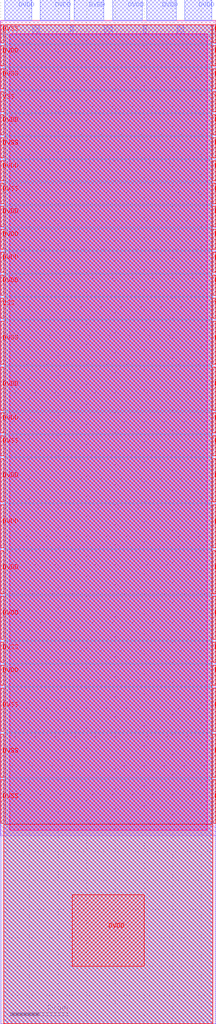
<source format=lef>
VERSION 5.7 ;
  NOWIREEXTENSIONATPIN ON ;
  DIVIDERCHAR "/" ;
  BUSBITCHARS "[]" ;
MACRO gf180mcu_ws_io__dvdd
  CLASS PAD POWER ;
  FOREIGN gf180mcu_ws_io__dvdd ;
  ORIGIN 0.000 0.000 ;
  SIZE 75.000 BY 350.000 ;
  SYMMETRY X Y R90 ;
  SITE GF_IO_Site ;
  PIN DVDD
    DIRECTION INOUT ;
    USE POWER ;
    PORT
      LAYER Metal5 ;
        RECT 25.000 20.000 50.000 45.000 ;
    END
    PORT
      LAYER Metal5 ;
        RECT 74.000 118.000 75.000 125.000 ;
    END
    PORT
      LAYER Metal5 ;
        RECT 74.000 182.000 75.000 197.000 ;
    END
    PORT
      LAYER Metal5 ;
        RECT 74.000 166.000 75.000 181.000 ;
    END
    PORT
      LAYER Metal5 ;
        RECT 74.000 150.000 75.000 165.000 ;
    END
    PORT
      LAYER Metal5 ;
        RECT 74.000 134.000 75.000 149.000 ;
    END
    PORT
      LAYER Metal5 ;
        RECT 74.000 214.000 75.000 229.000 ;
    END
    PORT
      LAYER Metal5 ;
        RECT 74.000 206.000 75.000 213.000 ;
    END
    PORT
      LAYER Metal5 ;
        RECT 74.000 254.000 75.000 261.000 ;
    END
    PORT
      LAYER Metal5 ;
        RECT 74.000 278.000 75.000 285.000 ;
    END
    PORT
      LAYER Metal5 ;
        RECT 74.000 270.000 75.000 277.000 ;
    END
    PORT
      LAYER Metal5 ;
        RECT 74.000 262.000 75.000 269.000 ;
    END
    PORT
      LAYER Metal5 ;
        RECT 74.000 294.000 75.000 301.000 ;
    END
    PORT
      LAYER Metal5 ;
        RECT 74.000 310.000 75.000 317.000 ;
    END
    PORT
      LAYER Metal5 ;
        RECT 74.000 334.000 75.000 341.000 ;
    END
    PORT
      LAYER Metal4 ;
        RECT 74.000 118.000 75.000 125.000 ;
    END
    PORT
      LAYER Metal4 ;
        RECT 74.000 182.000 75.000 197.000 ;
    END
    PORT
      LAYER Metal4 ;
        RECT 74.000 166.000 75.000 181.000 ;
    END
    PORT
      LAYER Metal4 ;
        RECT 74.000 150.000 75.000 165.000 ;
    END
    PORT
      LAYER Metal4 ;
        RECT 74.000 134.000 75.000 149.000 ;
    END
    PORT
      LAYER Metal4 ;
        RECT 74.000 214.000 75.000 229.000 ;
    END
    PORT
      LAYER Metal4 ;
        RECT 74.000 206.000 75.000 213.000 ;
    END
    PORT
      LAYER Metal4 ;
        RECT 74.000 254.000 75.000 261.000 ;
    END
    PORT
      LAYER Metal4 ;
        RECT 74.000 278.000 75.000 285.000 ;
    END
    PORT
      LAYER Metal4 ;
        RECT 74.000 270.000 75.000 277.000 ;
    END
    PORT
      LAYER Metal4 ;
        RECT 74.000 262.000 75.000 269.000 ;
    END
    PORT
      LAYER Metal4 ;
        RECT 74.000 294.000 75.000 301.000 ;
    END
    PORT
      LAYER Metal4 ;
        RECT 74.000 310.000 75.000 317.000 ;
    END
    PORT
      LAYER Metal4 ;
        RECT 74.000 334.000 75.000 341.000 ;
    END
    PORT
      LAYER Metal3 ;
        RECT 74.000 118.000 75.000 125.000 ;
    END
    PORT
      LAYER Metal3 ;
        RECT 74.000 182.000 75.000 197.000 ;
    END
    PORT
      LAYER Metal3 ;
        RECT 74.000 166.000 75.000 181.000 ;
    END
    PORT
      LAYER Metal3 ;
        RECT 74.000 150.000 75.000 165.000 ;
    END
    PORT
      LAYER Metal3 ;
        RECT 74.000 134.000 75.000 149.000 ;
    END
    PORT
      LAYER Metal3 ;
        RECT 74.000 214.000 75.000 229.000 ;
    END
    PORT
      LAYER Metal3 ;
        RECT 74.000 206.000 75.000 213.000 ;
    END
    PORT
      LAYER Metal3 ;
        RECT 74.000 254.000 75.000 261.000 ;
    END
    PORT
      LAYER Metal3 ;
        RECT 74.000 278.000 75.000 285.000 ;
    END
    PORT
      LAYER Metal3 ;
        RECT 74.000 270.000 75.000 277.000 ;
    END
    PORT
      LAYER Metal3 ;
        RECT 74.000 262.000 75.000 269.000 ;
    END
    PORT
      LAYER Metal3 ;
        RECT 74.000 294.000 75.000 301.000 ;
    END
    PORT
      LAYER Metal3 ;
        RECT 74.000 310.000 75.000 317.000 ;
    END
    PORT
      LAYER Metal3 ;
        RECT 74.000 334.000 75.000 341.000 ;
    END
    PORT
      LAYER Metal3 ;
        RECT 0.000 334.000 1.000 341.000 ;
    END
    PORT
      LAYER Metal3 ;
        RECT 0.000 310.000 1.000 317.000 ;
    END
    PORT
      LAYER Metal3 ;
        RECT 0.000 294.000 1.000 301.000 ;
    END
    PORT
      LAYER Metal3 ;
        RECT 0.000 262.000 1.000 269.000 ;
    END
    PORT
      LAYER Metal3 ;
        RECT 0.000 270.000 1.000 277.000 ;
    END
    PORT
      LAYER Metal3 ;
        RECT 0.000 278.000 1.000 285.000 ;
    END
    PORT
      LAYER Metal3 ;
        RECT 0.000 254.000 1.000 261.000 ;
    END
    PORT
      LAYER Metal3 ;
        RECT 0.000 206.000 1.000 213.000 ;
    END
    PORT
      LAYER Metal3 ;
        RECT 0.000 214.000 1.000 229.000 ;
    END
    PORT
      LAYER Metal3 ;
        RECT 0.000 134.000 1.000 149.000 ;
    END
    PORT
      LAYER Metal3 ;
        RECT 0.000 150.000 1.000 165.000 ;
    END
    PORT
      LAYER Metal3 ;
        RECT 0.000 166.000 1.000 181.000 ;
    END
    PORT
      LAYER Metal3 ;
        RECT 0.000 182.000 1.000 197.000 ;
    END
    PORT
      LAYER Metal4 ;
        RECT 0.000 334.000 1.000 341.000 ;
    END
    PORT
      LAYER Metal4 ;
        RECT 0.000 310.000 1.000 317.000 ;
    END
    PORT
      LAYER Metal4 ;
        RECT 0.000 294.000 1.000 301.000 ;
    END
    PORT
      LAYER Metal4 ;
        RECT 0.000 262.000 1.000 269.000 ;
    END
    PORT
      LAYER Metal4 ;
        RECT 0.000 270.000 1.000 277.000 ;
    END
    PORT
      LAYER Metal4 ;
        RECT 0.000 278.000 1.000 285.000 ;
    END
    PORT
      LAYER Metal4 ;
        RECT 0.000 254.000 1.000 261.000 ;
    END
    PORT
      LAYER Metal4 ;
        RECT 0.000 206.000 1.000 213.000 ;
    END
    PORT
      LAYER Metal4 ;
        RECT 0.000 214.000 1.000 229.000 ;
    END
    PORT
      LAYER Metal4 ;
        RECT 0.000 134.000 1.000 149.000 ;
    END
    PORT
      LAYER Metal4 ;
        RECT 0.000 150.000 1.000 165.000 ;
    END
    PORT
      LAYER Metal4 ;
        RECT 0.000 166.000 1.000 181.000 ;
    END
    PORT
      LAYER Metal4 ;
        RECT 0.000 182.000 1.000 197.000 ;
    END
    PORT
      LAYER Metal5 ;
        RECT 0.000 334.000 1.000 341.000 ;
    END
    PORT
      LAYER Metal5 ;
        RECT 0.000 310.000 1.000 317.000 ;
    END
    PORT
      LAYER Metal5 ;
        RECT 0.000 294.000 1.000 301.000 ;
    END
    PORT
      LAYER Metal5 ;
        RECT 0.000 262.000 1.000 269.000 ;
    END
    PORT
      LAYER Metal5 ;
        RECT 0.000 270.000 1.000 277.000 ;
    END
    PORT
      LAYER Metal5 ;
        RECT 0.000 278.000 1.000 285.000 ;
    END
    PORT
      LAYER Metal5 ;
        RECT 0.000 254.000 1.000 261.000 ;
    END
    PORT
      LAYER Metal5 ;
        RECT 0.000 206.000 1.000 213.000 ;
    END
    PORT
      LAYER Metal5 ;
        RECT 0.000 214.000 1.000 229.000 ;
    END
    PORT
      LAYER Metal5 ;
        RECT 0.000 134.000 1.000 149.000 ;
    END
    PORT
      LAYER Metal5 ;
        RECT 0.000 150.000 1.000 165.000 ;
    END
    PORT
      LAYER Metal5 ;
        RECT 0.000 166.000 1.000 181.000 ;
    END
    PORT
      LAYER Metal5 ;
        RECT 0.000 182.000 1.000 197.000 ;
    END
    PORT
      LAYER Metal5 ;
        RECT 0.000 118.000 1.000 125.000 ;
    END
    PORT
      LAYER Metal4 ;
        RECT 0.000 118.000 1.000 125.000 ;
    END
    PORT
      LAYER Metal3 ;
        RECT 0.000 118.000 1.000 125.000 ;
    END
    PORT
      LAYER Metal2 ;
        RECT 1.360 350.000 10.860 357.000 ;
    END
    PORT
      LAYER Metal2 ;
        RECT 13.760 350.000 24.010 357.000 ;
    END
    PORT
      LAYER Metal2 ;
        RECT 25.610 350.000 35.860 357.000 ;
    END
    PORT
      LAYER Metal2 ;
        RECT 39.140 350.000 49.390 357.000 ;
    END
    PORT
      LAYER Metal2 ;
        RECT 50.990 350.000 61.240 357.000 ;
    END
    PORT
      LAYER Metal2 ;
        RECT 64.140 350.000 73.640 357.000 ;
    END
    PORT
      LAYER Metal3 ;
        RECT 1.360 350.000 10.860 357.000 ;
    END
    PORT
      LAYER Metal3 ;
        RECT 13.760 350.000 24.010 357.000 ;
    END
    PORT
      LAYER Metal3 ;
        RECT 25.610 350.000 35.860 357.000 ;
    END
    PORT
      LAYER Metal3 ;
        RECT 39.140 350.000 49.390 357.000 ;
    END
    PORT
      LAYER Metal3 ;
        RECT 50.990 350.000 61.240 357.000 ;
    END
    PORT
      LAYER Metal3 ;
        RECT 64.140 350.000 73.640 357.000 ;
    END
  END DVDD
  PIN DVSS
    DIRECTION INOUT ;
    USE GROUND ;
    PORT
      LAYER Metal5 ;
        RECT 74.000 102.000 75.000 117.000 ;
    END
    PORT
      LAYER Metal5 ;
        RECT 74.000 86.000 75.000 101.000 ;
    END
    PORT
      LAYER Metal5 ;
        RECT 74.000 70.000 75.000 85.000 ;
    END
    PORT
      LAYER Metal5 ;
        RECT 74.000 126.000 75.000 133.000 ;
    END
    PORT
      LAYER Metal5 ;
        RECT 74.000 198.000 75.000 205.000 ;
    END
    PORT
      LAYER Metal5 ;
        RECT 74.000 230.000 75.000 245.000 ;
    END
    PORT
      LAYER Metal5 ;
        RECT 74.000 286.000 75.000 293.000 ;
    END
    PORT
      LAYER Metal5 ;
        RECT 74.000 302.000 75.000 309.000 ;
    END
    PORT
      LAYER Metal5 ;
        RECT 74.000 326.000 75.000 333.000 ;
    END
    PORT
      LAYER Metal5 ;
        RECT 74.000 342.000 75.000 348.390 ;
    END
    PORT
      LAYER Metal4 ;
        RECT 74.000 102.000 75.000 117.000 ;
    END
    PORT
      LAYER Metal4 ;
        RECT 74.000 86.000 75.000 101.000 ;
    END
    PORT
      LAYER Metal4 ;
        RECT 74.000 70.000 75.000 85.000 ;
    END
    PORT
      LAYER Metal4 ;
        RECT 74.000 126.000 75.000 133.000 ;
    END
    PORT
      LAYER Metal4 ;
        RECT 74.000 198.000 75.000 205.000 ;
    END
    PORT
      LAYER Metal4 ;
        RECT 74.000 230.000 75.000 245.000 ;
    END
    PORT
      LAYER Metal4 ;
        RECT 74.000 286.000 75.000 293.000 ;
    END
    PORT
      LAYER Metal4 ;
        RECT 74.000 302.000 75.000 309.000 ;
    END
    PORT
      LAYER Metal4 ;
        RECT 74.000 326.000 75.000 333.000 ;
    END
    PORT
      LAYER Metal4 ;
        RECT 74.000 342.000 75.000 348.390 ;
    END
    PORT
      LAYER Metal3 ;
        RECT 74.000 102.000 75.000 117.000 ;
    END
    PORT
      LAYER Metal3 ;
        RECT 74.000 86.000 75.000 101.000 ;
    END
    PORT
      LAYER Metal3 ;
        RECT 74.000 70.000 75.000 85.000 ;
    END
    PORT
      LAYER Metal3 ;
        RECT 74.000 126.000 75.000 133.000 ;
    END
    PORT
      LAYER Metal3 ;
        RECT 74.000 198.000 75.000 205.000 ;
    END
    PORT
      LAYER Metal3 ;
        RECT 74.000 230.000 75.000 245.000 ;
    END
    PORT
      LAYER Metal3 ;
        RECT 74.000 286.000 75.000 293.000 ;
    END
    PORT
      LAYER Metal3 ;
        RECT 74.000 302.000 75.000 309.000 ;
    END
    PORT
      LAYER Metal3 ;
        RECT 74.000 326.000 75.000 333.000 ;
    END
    PORT
      LAYER Metal3 ;
        RECT 74.000 342.000 75.000 348.390 ;
    END
    PORT
      LAYER Metal3 ;
        RECT 0.000 342.000 1.000 348.390 ;
    END
    PORT
      LAYER Metal3 ;
        RECT 0.000 326.000 1.000 333.000 ;
    END
    PORT
      LAYER Metal3 ;
        RECT 0.000 302.000 1.000 309.000 ;
    END
    PORT
      LAYER Metal3 ;
        RECT 0.000 286.000 1.000 293.000 ;
    END
    PORT
      LAYER Metal3 ;
        RECT 0.000 230.000 1.000 245.000 ;
    END
    PORT
      LAYER Metal3 ;
        RECT 0.000 198.000 1.000 205.000 ;
    END
    PORT
      LAYER Metal3 ;
        RECT 0.000 126.000 1.000 133.000 ;
    END
    PORT
      LAYER Metal3 ;
        RECT 0.000 70.000 1.000 85.000 ;
    END
    PORT
      LAYER Metal3 ;
        RECT 0.000 86.000 1.000 101.000 ;
    END
    PORT
      LAYER Metal4 ;
        RECT 0.000 342.000 1.000 348.390 ;
    END
    PORT
      LAYER Metal4 ;
        RECT 0.000 326.000 1.000 333.000 ;
    END
    PORT
      LAYER Metal4 ;
        RECT 0.000 302.000 1.000 309.000 ;
    END
    PORT
      LAYER Metal4 ;
        RECT 0.000 286.000 1.000 293.000 ;
    END
    PORT
      LAYER Metal4 ;
        RECT 0.000 230.000 1.000 245.000 ;
    END
    PORT
      LAYER Metal4 ;
        RECT 0.000 198.000 1.000 205.000 ;
    END
    PORT
      LAYER Metal4 ;
        RECT 0.000 126.000 1.000 133.000 ;
    END
    PORT
      LAYER Metal4 ;
        RECT 0.000 70.000 1.000 85.000 ;
    END
    PORT
      LAYER Metal4 ;
        RECT 0.000 86.000 1.000 101.000 ;
    END
    PORT
      LAYER Metal5 ;
        RECT 0.000 342.000 1.000 348.390 ;
    END
    PORT
      LAYER Metal5 ;
        RECT 0.000 326.000 1.000 333.000 ;
    END
    PORT
      LAYER Metal5 ;
        RECT 0.000 302.000 1.000 309.000 ;
    END
    PORT
      LAYER Metal5 ;
        RECT 0.000 286.000 1.000 293.000 ;
    END
    PORT
      LAYER Metal5 ;
        RECT 0.000 230.000 1.000 245.000 ;
    END
    PORT
      LAYER Metal5 ;
        RECT 0.000 198.000 1.000 205.000 ;
    END
    PORT
      LAYER Metal5 ;
        RECT 0.000 126.000 1.000 133.000 ;
    END
    PORT
      LAYER Metal5 ;
        RECT 0.000 70.000 1.000 85.000 ;
    END
    PORT
      LAYER Metal5 ;
        RECT 0.000 86.000 1.000 101.000 ;
    END
    PORT
      LAYER Metal5 ;
        RECT 0.000 102.000 1.000 117.000 ;
    END
    PORT
      LAYER Metal4 ;
        RECT 0.000 102.000 1.000 117.000 ;
    END
    PORT
      LAYER Metal3 ;
        RECT 0.000 102.000 1.000 117.000 ;
    END
  END DVSS
  PIN VSS
    DIRECTION INOUT ;
    USE GROUND ;
    PORT
      LAYER Metal5 ;
        RECT 74.000 246.000 75.000 253.000 ;
    END
    PORT
      LAYER Metal5 ;
        RECT 74.000 318.000 75.000 325.000 ;
    END
    PORT
      LAYER Metal4 ;
        RECT 74.000 246.000 75.000 253.000 ;
    END
    PORT
      LAYER Metal4 ;
        RECT 74.000 318.000 75.000 325.000 ;
    END
    PORT
      LAYER Metal3 ;
        RECT 74.000 246.000 75.000 253.000 ;
    END
    PORT
      LAYER Metal3 ;
        RECT 74.000 318.000 75.000 325.000 ;
    END
    PORT
      LAYER Metal3 ;
        RECT 0.000 318.000 1.000 325.000 ;
    END
    PORT
      LAYER Metal4 ;
        RECT 0.000 318.000 1.000 325.000 ;
    END
    PORT
      LAYER Metal5 ;
        RECT 0.000 318.000 1.000 325.000 ;
    END
    PORT
      LAYER Metal5 ;
        RECT 0.000 246.000 1.000 253.000 ;
    END
    PORT
      LAYER Metal4 ;
        RECT 0.000 246.000 1.000 253.000 ;
    END
    PORT
      LAYER Metal3 ;
        RECT 0.000 246.000 1.000 253.000 ;
    END
  END VSS
  OBS
      LAYER Nwell ;
        RECT 3.060 67.480 71.940 345.275 ;
      LAYER Metal1 ;
        RECT -0.160 65.540 75.160 349.785 ;
      LAYER Metal2 ;
        RECT 0.000 345.045 1.060 348.390 ;
        RECT 11.160 345.045 13.460 348.390 ;
        RECT 24.310 345.045 25.310 348.390 ;
        RECT 36.160 345.045 38.840 348.390 ;
        RECT 49.690 345.045 50.690 348.390 ;
        RECT 61.540 345.045 63.840 348.390 ;
        RECT 73.940 345.045 75.000 348.390 ;
        RECT 0.000 0.000 75.000 345.045 ;
      LAYER Metal3 ;
        RECT 1.300 341.700 73.700 348.390 ;
        RECT 1.000 341.300 74.000 341.700 ;
        RECT 1.300 333.700 73.700 341.300 ;
        RECT 1.000 333.300 74.000 333.700 ;
        RECT 1.300 325.700 73.700 333.300 ;
        RECT 1.000 325.300 74.000 325.700 ;
        RECT 1.300 317.700 73.700 325.300 ;
        RECT 1.000 317.300 74.000 317.700 ;
        RECT 1.300 309.700 73.700 317.300 ;
        RECT 1.000 309.300 74.000 309.700 ;
        RECT 1.300 301.700 73.700 309.300 ;
        RECT 1.000 301.300 74.000 301.700 ;
        RECT 1.300 293.700 73.700 301.300 ;
        RECT 1.000 293.300 74.000 293.700 ;
        RECT 1.300 285.700 73.700 293.300 ;
        RECT 1.000 285.300 74.000 285.700 ;
        RECT 1.300 277.700 73.700 285.300 ;
        RECT 1.000 277.300 74.000 277.700 ;
        RECT 1.300 269.700 73.700 277.300 ;
        RECT 1.000 269.300 74.000 269.700 ;
        RECT 1.300 261.700 73.700 269.300 ;
        RECT 1.000 261.300 74.000 261.700 ;
        RECT 1.300 253.700 73.700 261.300 ;
        RECT 1.000 253.300 74.000 253.700 ;
        RECT 1.300 245.700 73.700 253.300 ;
        RECT 1.000 245.300 74.000 245.700 ;
        RECT 1.300 229.700 73.700 245.300 ;
        RECT 1.000 229.300 74.000 229.700 ;
        RECT 1.300 213.700 73.700 229.300 ;
        RECT 1.000 213.300 74.000 213.700 ;
        RECT 1.300 205.700 73.700 213.300 ;
        RECT 1.000 205.300 74.000 205.700 ;
        RECT 1.300 197.700 73.700 205.300 ;
        RECT 1.000 197.300 74.000 197.700 ;
        RECT 1.300 181.700 73.700 197.300 ;
        RECT 1.000 181.300 74.000 181.700 ;
        RECT 1.300 165.700 73.700 181.300 ;
        RECT 1.000 165.300 74.000 165.700 ;
        RECT 1.300 149.700 73.700 165.300 ;
        RECT 1.000 149.300 74.000 149.700 ;
        RECT 1.300 133.700 73.700 149.300 ;
        RECT 1.000 133.300 74.000 133.700 ;
        RECT 1.300 125.700 73.700 133.300 ;
        RECT 1.000 125.300 74.000 125.700 ;
        RECT 1.300 117.700 73.700 125.300 ;
        RECT 1.000 117.300 74.000 117.700 ;
        RECT 1.300 101.700 73.700 117.300 ;
        RECT 1.000 101.300 74.000 101.700 ;
        RECT 1.300 85.700 73.700 101.300 ;
        RECT 1.000 85.300 74.000 85.700 ;
        RECT 1.300 69.700 73.700 85.300 ;
        RECT 1.000 0.000 74.000 69.700 ;
      LAYER Metal4 ;
        RECT 1.300 341.700 73.700 348.390 ;
        RECT 1.000 341.300 74.000 341.700 ;
        RECT 1.300 333.700 73.700 341.300 ;
        RECT 1.000 333.300 74.000 333.700 ;
        RECT 1.300 325.700 73.700 333.300 ;
        RECT 1.000 325.300 74.000 325.700 ;
        RECT 1.300 317.700 73.700 325.300 ;
        RECT 1.000 317.300 74.000 317.700 ;
        RECT 1.300 309.700 73.700 317.300 ;
        RECT 1.000 309.300 74.000 309.700 ;
        RECT 1.300 301.700 73.700 309.300 ;
        RECT 1.000 301.300 74.000 301.700 ;
        RECT 1.300 293.700 73.700 301.300 ;
        RECT 1.000 293.300 74.000 293.700 ;
        RECT 1.300 285.700 73.700 293.300 ;
        RECT 1.000 285.300 74.000 285.700 ;
        RECT 1.300 277.700 73.700 285.300 ;
        RECT 1.000 277.300 74.000 277.700 ;
        RECT 1.300 269.700 73.700 277.300 ;
        RECT 1.000 269.300 74.000 269.700 ;
        RECT 1.300 261.700 73.700 269.300 ;
        RECT 1.000 261.300 74.000 261.700 ;
        RECT 1.300 253.700 73.700 261.300 ;
        RECT 1.000 253.300 74.000 253.700 ;
        RECT 1.300 245.700 73.700 253.300 ;
        RECT 1.000 245.300 74.000 245.700 ;
        RECT 1.300 229.700 73.700 245.300 ;
        RECT 1.000 229.300 74.000 229.700 ;
        RECT 1.300 213.700 73.700 229.300 ;
        RECT 1.000 213.300 74.000 213.700 ;
        RECT 1.300 205.700 73.700 213.300 ;
        RECT 1.000 205.300 74.000 205.700 ;
        RECT 1.300 197.700 73.700 205.300 ;
        RECT 1.000 197.300 74.000 197.700 ;
        RECT 1.300 181.700 73.700 197.300 ;
        RECT 1.000 181.300 74.000 181.700 ;
        RECT 1.300 165.700 73.700 181.300 ;
        RECT 1.000 165.300 74.000 165.700 ;
        RECT 1.300 149.700 73.700 165.300 ;
        RECT 1.000 149.300 74.000 149.700 ;
        RECT 1.300 133.700 73.700 149.300 ;
        RECT 1.000 133.300 74.000 133.700 ;
        RECT 1.300 125.700 73.700 133.300 ;
        RECT 1.000 125.300 74.000 125.700 ;
        RECT 1.300 117.700 73.700 125.300 ;
        RECT 1.000 117.300 74.000 117.700 ;
        RECT 1.300 101.700 73.700 117.300 ;
        RECT 1.000 101.300 74.000 101.700 ;
        RECT 1.300 85.700 73.700 101.300 ;
        RECT 1.000 85.300 74.000 85.700 ;
        RECT 1.300 69.700 73.700 85.300 ;
        RECT 1.000 0.000 74.000 69.700 ;
      LAYER Metal5 ;
        RECT 1.500 69.500 73.500 348.390 ;
        RECT 1.000 0.000 74.000 69.500 ;
  END
END gf180mcu_ws_io__dvdd
END LIBRARY


</source>
